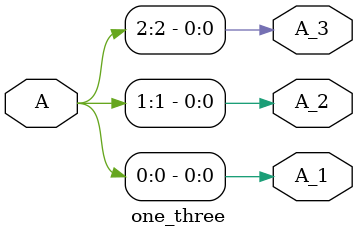
<source format=v>
`timescale 1ns/1ns
module one_three(input[2:0] A,output A_1,A_2,A_3);
  assign A_1=A[0];
  assign A_2=A[1];
  assign A_3=A[2];
endmodule
</source>
